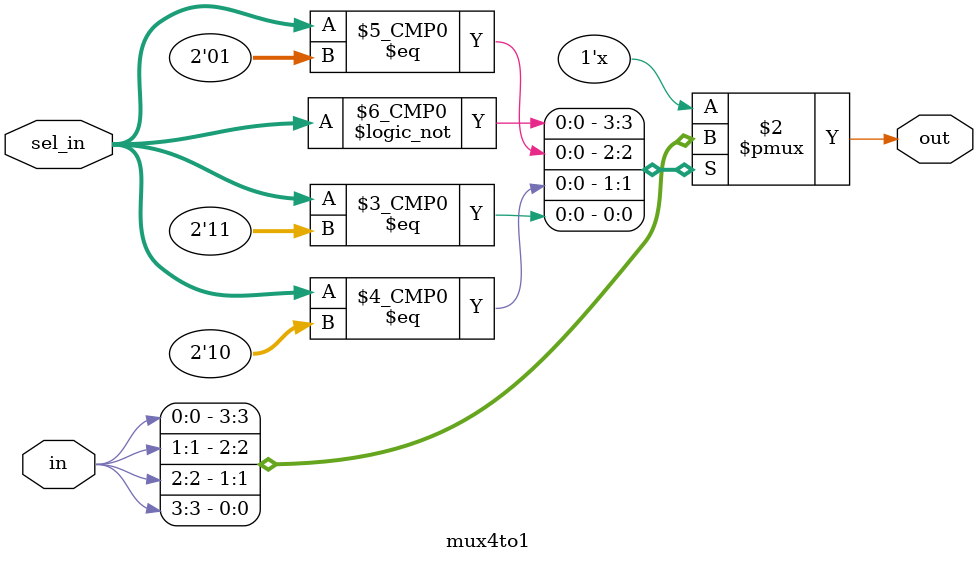
<source format=v>
module mux4to1 #(
    parameter width = 8
)(
    input [3:0] in,  // 4-bit data input
    input [1:0] sel_in,  // 2-bit select input
    output reg out    // output
);

always @(*) begin
    case(sel_in)
        2'b00: out = in[0];
        2'b01: out = in[1];
        2'b10: out = in[2];
        2'b11: out = in[3];
        default: out = 0;
    endcase
end

endmodule
</source>
